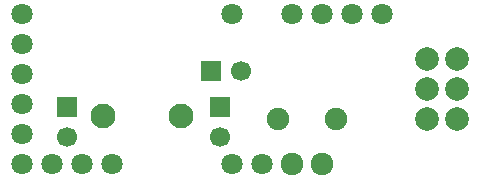
<source format=gbs>
G04 #@! TF.FileFunction,Soldermask,Bot*
%FSLAX46Y46*%
G04 Gerber Fmt 4.6, Leading zero omitted, Abs format (unit mm)*
G04 Created by KiCad (PCBNEW 4.0.0-rc2-stable) date Tue 17 Nov 2015 14:10:44 GMT*
%MOMM*%
G01*
G04 APERTURE LIST*
%ADD10C,0.100000*%
%ADD11C,1.800000*%
%ADD12C,1.901140*%
%ADD13C,1.924000*%
%ADD14C,2.000000*%
%ADD15C,2.100000*%
%ADD16R,1.700000X1.700000*%
%ADD17C,1.700000*%
G04 APERTURE END LIST*
D10*
D11*
X130810000Y-103632000D03*
X130810000Y-106172000D03*
X130810000Y-101092000D03*
X130810000Y-98552000D03*
X130810000Y-108712000D03*
X130810000Y-111252000D03*
D12*
X157380940Y-107442000D03*
X152499060Y-107442000D03*
D11*
X148590000Y-111252000D03*
X151130000Y-111252000D03*
X148590000Y-98552000D03*
X153670000Y-98552000D03*
X133350000Y-111252000D03*
X156210000Y-98552000D03*
X158750000Y-98552000D03*
X161290000Y-98552000D03*
X135890000Y-111252000D03*
X138430000Y-111252000D03*
D13*
X153670000Y-111252000D03*
X156210000Y-111252000D03*
D14*
X167640000Y-102362000D03*
X167640000Y-104902000D03*
X165100000Y-104902000D03*
X165100000Y-102362000D03*
X167640000Y-107442000D03*
X165100000Y-107442000D03*
D15*
X137668000Y-107188000D03*
X144272000Y-107188000D03*
D16*
X146812000Y-103378000D03*
D17*
X149312000Y-103378000D03*
D16*
X147574000Y-106426000D03*
D17*
X147574000Y-108926000D03*
D16*
X134620000Y-106426000D03*
D17*
X134620000Y-108926000D03*
M02*

</source>
